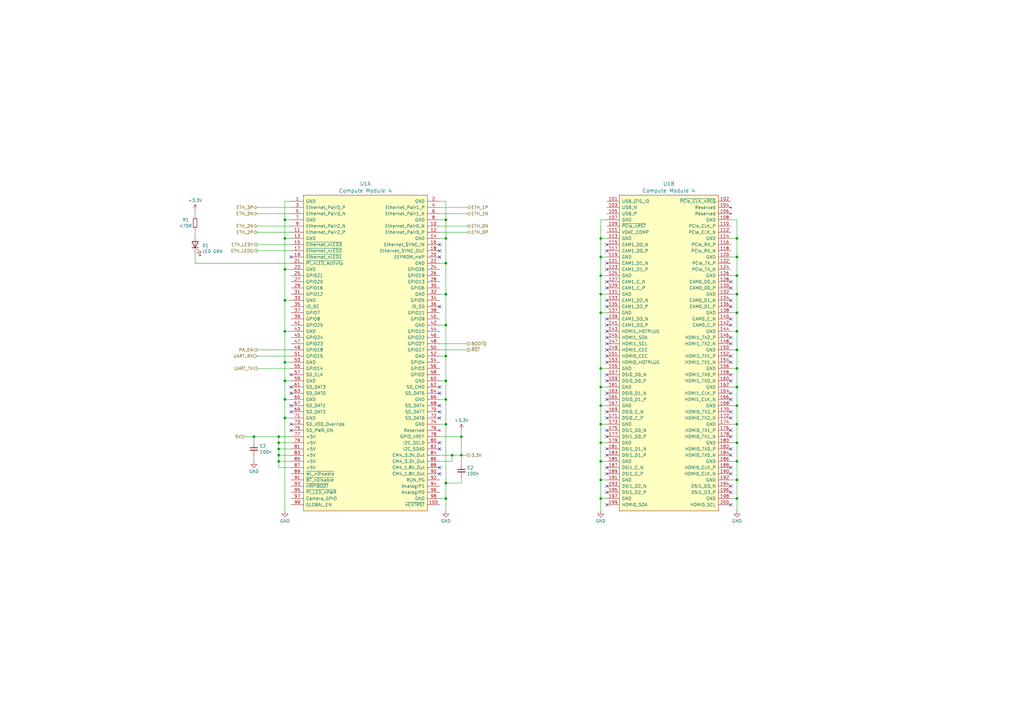
<source format=kicad_sch>
(kicad_sch (version 20230121) (generator eeschema)
  (paper "A3")
  (title_block (title "RRU CM4 board") (date "22-01-2024") (rev "A") (company "M17 Project") (comment 1 "Wojciech Kaczmarski, SP5WWP"))
  (lib_symbols
    (symbol "Device:C_Small" (pin_numbers hide) (pin_names (offset 0.254) hide)
      (property "Reference" "C" (at 0.254 1.778 0))
      (property "Value" "C_Small" (at 0.254 -2.032 0))
      (symbol "C_Small_0_1"
        (polyline (pts (xy -1.524 -0.508) (xy 1.524 -0.508)) (stroke (width 0.3302)))
        (polyline (pts (xy -1.524 0.508) (xy 1.524 0.508)) (stroke (width 0.3048)))
      )
      (symbol "C_Small_1_1"
        (pin passive line (at 0 2.54 270) (length 2.032) (name "~") (number "1"))
        (pin passive line (at 0 -2.54 90) (length 2.032) (name "~") (number "2"))
      )
    )
    (symbol "Device:LED" (pin_numbers hide) (pin_names (offset 1.016) hide)
      (property "Reference" "D" (at 0 2.54 0))
      (property "Value" "LED" (at 0 -2.54 0))
      (symbol "LED_0_1"
        (polyline (pts (xy -1.27 -1.27) (xy -1.27 1.27)) (stroke (width 0.254)))
        (polyline (pts (xy -1.27 0) (xy 1.27 0)))
        (polyline (pts (xy 1.27 -1.27) (xy 1.27 1.27) (xy -1.27 0) (xy 1.27 -1.27)) (stroke (width 0.254)))
        (polyline (pts (xy -3.048 -0.762) (xy -4.572 -2.286) (xy -3.81 -2.286) (xy -4.572 -2.286) (xy -4.572 -1.524)))
        (polyline (pts (xy -1.778 -0.762) (xy -3.302 -2.286) (xy -2.54 -2.286) (xy -3.302 -2.286) (xy -3.302 -1.524)))
      )
      (symbol "LED_1_1"
        (pin passive line (at -3.81 0 0) (length 2.54) (name "K") (number "1"))
        (pin passive line (at 3.81 0 180) (length 2.54) (name "A") (number "2"))
      )
    )
    (symbol "Device:R_Small" (pin_numbers hide) (pin_names (offset 0.254) hide)
      (property "Reference" "R" (at 0.762 0.508 0))
      (property "Value" "R_Small" (at 0.762 -1.016 0))
      (symbol "R_Small_0_1"
        (rectangle (start -0.762 1.778) (end 0.762 -1.778) (stroke (width 0.2032)))
      )
      (symbol "R_Small_1_1"
        (pin passive line (at 0 2.54 270) (length 0.762) (name "~") (number "1"))
        (pin passive line (at 0 -2.54 90) (length 0.762) (name "~") (number "2"))
      )
    )
    (symbol "RPi:Compute_Module_4_Connectors" (pin_names (offset 1.016))
      (property "Reference" "U" (at 5.08 6.35 0))
      (property "Value" "Compute_Module_4_Connectors" (at 5.08 3.81 0))
      (symbol "Compute_Module_4_Connectors_1_1"
        (rectangle (start 5.08 2.54) (end 55.88 -127) (fill (type background)))
        (pin power_in line (at 0 0 0) (length 5.08) (name "GND") (number "1"))
        (pin passive line (at 60.96 -10.16 180) (length 5.08) (name "Ethernet_Pair0_N") (number "10"))
        (pin output line (at 60.96 -124.46 180) (length 5.08) (name "~{nEXTRST}") (number "100"))
        (pin passive line (at 0 -12.7 0) (length 5.08) (name "Ethernet_Pair2_P") (number "11"))
        (pin passive line (at 60.96 -12.7 180) (length 5.08) (name "Ethernet_Pair0_P") (number "12"))
        (pin power_in line (at 0 -15.24 0) (length 5.08) (name "GND") (number "13"))
        (pin power_in line (at 60.96 -15.24 180) (length 5.08) (name "GND") (number "14"))
        (pin output line (at 0 -17.78 0) (length 5.08) (name "~{Ethernet_nLED3}") (number "15"))
        (pin input line (at 60.96 -17.78 180) (length 5.08) (name "Ethernet_SYNC_IN") (number "16"))
        (pin output line (at 0 -20.32 0) (length 5.08) (name "~{Ethernet_nLED2}") (number "17"))
        (pin input line (at 60.96 -20.32 180) (length 5.08) (name "Ethernet_SYNC_OUT") (number "18"))
        (pin output line (at 0 -22.86 0) (length 5.08) (name "~{Ethernet_nLED1}") (number "19"))
        (pin power_in line (at 60.96 0 180) (length 5.08) (name "GND") (number "2"))
        (pin passive line (at 60.96 -22.86 180) (length 5.08) (name "EEPROM_nWP") (number "20"))
        (pin open_collector line (at 0 -25.4 0) (length 5.08) (name "~{Pi_nLED_Activity}") (number "21"))
        (pin power_in line (at 60.96 -25.4 180) (length 5.08) (name "GND") (number "22"))
        (pin power_in line (at 0 -27.94 0) (length 5.08) (name "GND") (number "23"))
        (pin passive line (at 60.96 -27.94 180) (length 5.08) (name "GPIO26") (number "24"))
        (pin passive line (at 0 -30.48 0) (length 5.08) (name "GPIO21") (number "25"))
        (pin passive line (at 60.96 -30.48 180) (length 5.08) (name "GPIO19") (number "26"))
        (pin passive line (at 0 -33.02 0) (length 5.08) (name "GPIO20") (number "27"))
        (pin passive line (at 60.96 -33.02 180) (length 5.08) (name "GPIO13") (number "28"))
        (pin passive line (at 0 -35.56 0) (length 5.08) (name "GPIO16") (number "29"))
        (pin passive line (at 0 -2.54 0) (length 5.08) (name "Ethernet_Pair3_P") (number "3"))
        (pin passive line (at 60.96 -35.56 180) (length 5.08) (name "GPIO6") (number "30"))
        (pin passive line (at 0 -38.1 0) (length 5.08) (name "GPIO12") (number "31"))
        (pin power_in line (at 60.96 -38.1 180) (length 5.08) (name "GND") (number "32"))
        (pin power_in line (at 0 -40.64 0) (length 5.08) (name "GND") (number "33"))
        (pin passive line (at 60.96 -40.64 180) (length 5.08) (name "GPIO5") (number "34"))
        (pin passive line (at 0 -43.18 0) (length 5.08) (name "ID_SC") (number "35"))
        (pin passive line (at 60.96 -43.18 180) (length 5.08) (name "ID_SD") (number "36"))
        (pin passive line (at 0 -45.72 0) (length 5.08) (name "GPIO7") (number "37"))
        (pin passive line (at 60.96 -45.72 180) (length 5.08) (name "GPIO11") (number "38"))
        (pin passive line (at 0 -48.26 0) (length 5.08) (name "GPIO8") (number "39"))
        (pin passive line (at 60.96 -2.54 180) (length 5.08) (name "Ethernet_Pair1_P") (number "4"))
        (pin passive line (at 60.96 -48.26 180) (length 5.08) (name "GPIO9") (number "40"))
        (pin passive line (at 0 -50.8 0) (length 5.08) (name "GPIO25") (number "41"))
        (pin power_in line (at 60.96 -50.8 180) (length 5.08) (name "GND") (number "42"))
        (pin power_in line (at 0 -53.34 0) (length 5.08) (name "GND") (number "43"))
        (pin passive line (at 60.96 -53.34 180) (length 5.08) (name "GPIO10") (number "44"))
        (pin passive line (at 0 -55.88 0) (length 5.08) (name "GPIO24") (number "45"))
        (pin passive line (at 60.96 -55.88 180) (length 5.08) (name "GPIO22") (number "46"))
        (pin passive line (at 0 -58.42 0) (length 5.08) (name "GPIO23") (number "47"))
        (pin passive line (at 60.96 -58.42 180) (length 5.08) (name "GPIO27") (number "48"))
        (pin passive line (at 0 -60.96 0) (length 5.08) (name "GPIO18") (number "49"))
        (pin passive line (at 0 -5.08 0) (length 5.08) (name "Ethernet_Pair3_N") (number "5"))
        (pin passive line (at 60.96 -60.96 180) (length 5.08) (name "GPIO17") (number "50"))
        (pin passive line (at 0 -63.5 0) (length 5.08) (name "GPIO15") (number "51"))
        (pin power_in line (at 60.96 -63.5 180) (length 5.08) (name "GND") (number "52"))
        (pin power_in line (at 0 -66.04 0) (length 5.08) (name "GND") (number "53"))
        (pin passive line (at 60.96 -66.04 180) (length 5.08) (name "GPIO4") (number "54"))
        (pin passive line (at 0 -68.58 0) (length 5.08) (name "GPIO14") (number "55"))
        (pin passive line (at 60.96 -68.58 180) (length 5.08) (name "GPIO3") (number "56"))
        (pin passive line (at 0 -71.12 0) (length 5.08) (name "SD_CLK") (number "57"))
        (pin passive line (at 60.96 -71.12 180) (length 5.08) (name "GPIO2") (number "58"))
        (pin power_in line (at 0 -73.66 0) (length 5.08) (name "GND") (number "59"))
        (pin passive line (at 60.96 -5.08 180) (length 5.08) (name "Ethernet_Pair1_N") (number "6"))
        (pin power_in line (at 60.96 -73.66 180) (length 5.08) (name "GND") (number "60"))
        (pin passive line (at 0 -76.2 0) (length 5.08) (name "SD_DAT3") (number "61"))
        (pin passive line (at 60.96 -76.2 180) (length 5.08) (name "SD_CMD") (number "62"))
        (pin passive line (at 0 -78.74 0) (length 5.08) (name "SD_DAT0") (number "63"))
        (pin passive line (at 60.96 -78.74 180) (length 5.08) (name "SD_DAT5") (number "64"))
        (pin power_in line (at 0 -81.28 0) (length 5.08) (name "GND") (number "65"))
        (pin power_in line (at 60.96 -81.28 180) (length 5.08) (name "GND") (number "66"))
        (pin passive line (at 0 -83.82 0) (length 5.08) (name "SD_DAT1") (number "67"))
        (pin passive line (at 60.96 -83.82 180) (length 5.08) (name "SD_DAT4") (number "68"))
        (pin passive line (at 0 -86.36 0) (length 5.08) (name "SD_DAT2") (number "69"))
        (pin power_in line (at 0 -7.62 0) (length 5.08) (name "GND") (number "7"))
        (pin passive line (at 60.96 -86.36 180) (length 5.08) (name "SD_DAT7") (number "70"))
        (pin power_in line (at 0 -88.9 0) (length 5.08) (name "GND") (number "71"))
        (pin passive line (at 60.96 -88.9 180) (length 5.08) (name "SD_DAT6") (number "72"))
        (pin input line (at 0 -91.44 0) (length 5.08) (name "SD_VDD_Override") (number "73"))
        (pin power_in line (at 60.96 -91.44 180) (length 5.08) (name "GND") (number "74"))
        (pin output line (at 0 -93.98 0) (length 5.08) (name "SD_PWR_ON") (number "75"))
        (pin no_connect line (at 60.96 -93.98 180) (length 5.08) (name "Reserved") (number "76"))
        (pin power_in line (at 0 -96.52 0) (length 5.08) (name "+5V") (number "77"))
        (pin power_in line (at 60.96 -96.52 180) (length 5.08) (name "GPIO_VREF") (number "78"))
        (pin power_in line (at 0 -99.06 0) (length 5.08) (name "+5V") (number "79"))
        (pin power_in line (at 60.96 -7.62 180) (length 5.08) (name "GND") (number "8"))
        (pin bidirectional line (at 60.96 -99.06 180) (length 5.08) (name "I2C_SCL0") (number "80"))
        (pin power_in line (at 0 -101.6 0) (length 5.08) (name "+5V") (number "81"))
        (pin bidirectional line (at 60.96 -101.6 180) (length 5.08) (name "I2C_SDA0") (number "82"))
        (pin power_in line (at 0 -104.14 0) (length 5.08) (name "+5V") (number "83"))
        (pin power_out line (at 60.96 -104.14 180) (length 5.08) (name "CM4_3.3V_Out") (number "84"))
        (pin power_in line (at 0 -106.68 0) (length 5.08) (name "+5V") (number "85"))
        (pin power_out line (at 60.96 -106.68 180) (length 5.08) (name "CM4_3.3V_Out") (number "86"))
        (pin power_in line (at 0 -109.22 0) (length 5.08) (name "+5V") (number "87"))
        (pin power_out line (at 60.96 -109.22 180) (length 5.08) (name "CM4_1.8V_Out") (number "88"))
        (pin input line (at 0 -111.76 0) (length 5.08) (name "~{WL_nDisable}") (number "89"))
        (pin passive line (at 0 -10.16 0) (length 5.08) (name "Ethernet_Pair2_N") (number "9"))
        (pin power_out line (at 60.96 -111.76 180) (length 5.08) (name "CM4_1.8V_Out") (number "90"))
        (pin input line (at 0 -114.3 0) (length 5.08) (name "~{BT_nDisable}") (number "91"))
        (pin passive line (at 60.96 -114.3 180) (length 5.08) (name "RUN_PG") (number "92"))
        (pin input line (at 0 -116.84 0) (length 5.08) (name "~{nRPIBOOT}") (number "93"))
        (pin passive line (at 60.96 -116.84 180) (length 5.08) (name "AnalogIP1") (number "94"))
        (pin output line (at 0 -119.38 0) (length 5.08) (name "~{PI_LED_nPWR}") (number "95"))
        (pin passive line (at 60.96 -119.38 180) (length 5.08) (name "AnalogIP0") (number "96"))
        (pin passive line (at 0 -121.92 0) (length 5.08) (name "Camera_GPIO") (number "97"))
        (pin power_in line (at 60.96 -121.92 180) (length 5.08) (name "GND") (number "98"))
        (pin input line (at 0 -124.46 0) (length 5.08) (name "GLOBAL_EN") (number "99"))
      )
      (symbol "Compute_Module_4_Connectors_2_1"
        (rectangle (start 5.08 2.54) (end 45.72 -127) (fill (type background)))
        (pin input line (at 0 0 0) (length 5.08) (name "USB_OTG_ID") (number "101"))
        (pin input line (at 50.8 0 180) (length 5.08) (name "~{PCIe_CLK_nREQ}") (number "102"))
        (pin passive line (at 0 -2.54 0) (length 5.08) (name "USB_N") (number "103"))
        (pin no_connect line (at 50.8 -2.54 180) (length 5.08) (name "Reserved") (number "104"))
        (pin passive line (at 0 -5.08 0) (length 5.08) (name "USB_P") (number "105"))
        (pin no_connect line (at 50.8 -5.08 180) (length 5.08) (name "Reserved") (number "106"))
        (pin power_in line (at 0 -7.62 0) (length 5.08) (name "GND") (number "107"))
        (pin power_in line (at 50.8 -7.62 180) (length 5.08) (name "GND") (number "108"))
        (pin output line (at 0 -10.16 0) (length 5.08) (name "~{PCIe_nRST}") (number "109"))
        (pin output line (at 50.8 -10.16 180) (length 5.08) (name "PCIe_CLK_P") (number "110"))
        (pin output line (at 0 -12.7 0) (length 5.08) (name "VDAC_COMP") (number "111"))
        (pin output line (at 50.8 -12.7 180) (length 5.08) (name "PCIe_CLK_N") (number "112"))
        (pin power_in line (at 0 -15.24 0) (length 5.08) (name "GND") (number "113"))
        (pin power_in line (at 50.8 -15.24 180) (length 5.08) (name "GND") (number "114"))
        (pin input line (at 0 -17.78 0) (length 5.08) (name "CAM1_D0_N") (number "115"))
        (pin input line (at 50.8 -17.78 180) (length 5.08) (name "PCIe_RX_P") (number "116"))
        (pin input line (at 0 -20.32 0) (length 5.08) (name "CAM1_D0_P") (number "117"))
        (pin input line (at 50.8 -20.32 180) (length 5.08) (name "PCIe_RX_N") (number "118"))
        (pin power_in line (at 0 -22.86 0) (length 5.08) (name "GND") (number "119"))
        (pin power_in line (at 50.8 -22.86 180) (length 5.08) (name "GND") (number "120"))
        (pin input line (at 0 -25.4 0) (length 5.08) (name "CAM1_D1_N") (number "121"))
        (pin output line (at 50.8 -25.4 180) (length 5.08) (name "PCIe_TX_P") (number "122"))
        (pin input line (at 0 -27.94 0) (length 5.08) (name "CAM1_D1_P") (number "123"))
        (pin output line (at 50.8 -27.94 180) (length 5.08) (name "PCIe_TX_N") (number "124"))
        (pin power_in line (at 0 -30.48 0) (length 5.08) (name "GND") (number "125"))
        (pin power_in line (at 50.8 -30.48 180) (length 5.08) (name "GND") (number "126"))
        (pin input line (at 0 -33.02 0) (length 5.08) (name "CAM1_C_N") (number "127"))
        (pin input line (at 50.8 -33.02 180) (length 5.08) (name "CAM0_D0_N") (number "128"))
        (pin input line (at 0 -35.56 0) (length 5.08) (name "CAM1_C_P") (number "129"))
        (pin input line (at 50.8 -35.56 180) (length 5.08) (name "CAM0_D0_P") (number "130"))
        (pin power_in line (at 0 -38.1 0) (length 5.08) (name "GND") (number "131"))
        (pin power_in line (at 50.8 -38.1 180) (length 5.08) (name "GND") (number "132"))
        (pin input line (at 0 -40.64 0) (length 5.08) (name "CAM1_D2_N") (number "133"))
        (pin input line (at 50.8 -40.64 180) (length 5.08) (name "CAM0_D1_N") (number "134"))
        (pin input line (at 0 -43.18 0) (length 5.08) (name "CAM1_D2_P") (number "135"))
        (pin input line (at 50.8 -43.18 180) (length 5.08) (name "CAM0_D1_P") (number "136"))
        (pin power_in line (at 0 -45.72 0) (length 5.08) (name "GND") (number "137"))
        (pin power_in line (at 50.8 -45.72 180) (length 5.08) (name "GND") (number "138"))
        (pin input line (at 0 -48.26 0) (length 5.08) (name "CAM1_D3_N") (number "139"))
        (pin input line (at 50.8 -48.26 180) (length 5.08) (name "CAM0_C_N") (number "140"))
        (pin input line (at 0 -50.8 0) (length 5.08) (name "CAM1_D3_P") (number "141"))
        (pin input line (at 50.8 -50.8 180) (length 5.08) (name "CAM0_C_P") (number "142"))
        (pin input line (at 0 -53.34 0) (length 5.08) (name "HDMI1_HOTPLUG") (number "143"))
        (pin power_in line (at 50.8 -53.34 180) (length 5.08) (name "GND") (number "144"))
        (pin bidirectional line (at 0 -55.88 0) (length 5.08) (name "HDMI1_SDA") (number "145"))
        (pin output line (at 50.8 -55.88 180) (length 5.08) (name "HDMI1_TX2_P") (number "146"))
        (pin open_collector line (at 0 -58.42 0) (length 5.08) (name "HDMI1_SCL") (number "147"))
        (pin output line (at 50.8 -58.42 180) (length 5.08) (name "HDMI1_TX2_N") (number "148"))
        (pin open_collector line (at 0 -60.96 0) (length 5.08) (name "HDMI1_CEC") (number "149"))
        (pin power_in line (at 50.8 -60.96 180) (length 5.08) (name "GND") (number "150"))
        (pin open_collector line (at 0 -63.5 0) (length 5.08) (name "HDMI0_CEC") (number "151"))
        (pin output line (at 50.8 -63.5 180) (length 5.08) (name "HDMI1_TX1_P") (number "152"))
        (pin input line (at 0 -66.04 0) (length 5.08) (name "HDMI0_HOTPLUG") (number "153"))
        (pin output line (at 50.8 -66.04 180) (length 5.08) (name "HDMI1_TX1_N") (number "154"))
        (pin power_in line (at 0 -68.58 0) (length 5.08) (name "GND") (number "155"))
        (pin power_in line (at 50.8 -68.58 180) (length 5.08) (name "GND") (number "156"))
        (pin output line (at 0 -71.12 0) (length 5.08) (name "DSI0_D0_N") (number "157"))
        (pin output line (at 50.8 -71.12 180) (length 5.08) (name "HDMI1_TX0_P") (number "158"))
        (pin output line (at 0 -73.66 0) (length 5.08) (name "DSI0_D0_P") (number "159"))
        (pin output line (at 50.8 -73.66 180) (length 5.08) (name "HDMI1_TX0_N") (number "160"))
        (pin power_in line (at 0 -76.2 0) (length 5.08) (name "GND") (number "161"))
        (pin power_in line (at 50.8 -76.2 180) (length 5.08) (name "GND") (number "162"))
        (pin output line (at 0 -78.74 0) (length 5.08) (name "DSI0_D1_N") (number "163"))
        (pin output line (at 50.8 -78.74 180) (length 5.08) (name "HDMI1_CLK_P") (number "164"))
        (pin output line (at 0 -81.28 0) (length 5.08) (name "DSI0_D1_P") (number "165"))
        (pin output line (at 50.8 -81.28 180) (length 5.08) (name "HDMI1_CLK_N") (number "166"))
        (pin power_in line (at 0 -83.82 0) (length 5.08) (name "GND") (number "167"))
        (pin power_in line (at 50.8 -83.82 180) (length 5.08) (name "GND") (number "168"))
        (pin output line (at 0 -86.36 0) (length 5.08) (name "DSI0_C_N") (number "169"))
        (pin output line (at 50.8 -86.36 180) (length 5.08) (name "HDMI0_TX2_P") (number "170"))
        (pin output line (at 0 -88.9 0) (length 5.08) (name "DSI0_C_P") (number "171"))
        (pin output line (at 50.8 -88.9 180) (length 5.08) (name "HDMI0_TX2_N") (number "172"))
        (pin power_in line (at 0 -91.44 0) (length 5.08) (name "GND") (number "173"))
        (pin power_in line (at 50.8 -91.44 180) (length 5.08) (name "GND") (number "174"))
        (pin output line (at 0 -93.98 0) (length 5.08) (name "DSI1_D0_N") (number "175"))
        (pin output line (at 50.8 -93.98 180) (length 5.08) (name "HDMI0_TX1_P") (number "176"))
        (pin output line (at 0 -96.52 0) (length 5.08) (name "DSI1_D0_P") (number "177"))
        (pin output line (at 50.8 -96.52 180) (length 5.08) (name "HDMI0_TX1_N") (number "178"))
        (pin power_in line (at 0 -99.06 0) (length 5.08) (name "GND") (number "179"))
        (pin power_in line (at 50.8 -99.06 180) (length 5.08) (name "GND") (number "180"))
        (pin output line (at 0 -101.6 0) (length 5.08) (name "DSI1_D1_N") (number "181"))
        (pin output line (at 50.8 -101.6 180) (length 5.08) (name "HDMI0_TX0_P") (number "182"))
        (pin output line (at 0 -104.14 0) (length 5.08) (name "DSI1_D1_P") (number "183"))
        (pin output line (at 50.8 -104.14 180) (length 5.08) (name "HDMI0_TX0_N") (number "184"))
        (pin power_in line (at 0 -106.68 0) (length 5.08) (name "GND") (number "185"))
        (pin power_in line (at 50.8 -106.68 180) (length 5.08) (name "GND") (number "186"))
        (pin output line (at 0 -109.22 0) (length 5.08) (name "DSI1_C_N") (number "187"))
        (pin output line (at 50.8 -109.22 180) (length 5.08) (name "HDMI0_CLK_P") (number "188"))
        (pin output line (at 0 -111.76 0) (length 5.08) (name "DSI1_C_P") (number "189"))
        (pin output line (at 50.8 -111.76 180) (length 5.08) (name "HDMI0_CLK_N") (number "190"))
        (pin power_in line (at 0 -114.3 0) (length 5.08) (name "GND") (number "191"))
        (pin power_in line (at 50.8 -114.3 180) (length 5.08) (name "GND") (number "192"))
        (pin output line (at 0 -116.84 0) (length 5.08) (name "DSI1_D2_N") (number "193"))
        (pin output line (at 50.8 -116.84 180) (length 5.08) (name "DSI1_D3_N") (number "194"))
        (pin output line (at 0 -119.38 0) (length 5.08) (name "DSI1_D2_P") (number "195"))
        (pin output line (at 50.8 -119.38 180) (length 5.08) (name "DSI1_D3_P") (number "196"))
        (pin power_in line (at 0 -121.92 0) (length 5.08) (name "GND") (number "197"))
        (pin power_in line (at 50.8 -121.92 180) (length 5.08) (name "GND") (number "198"))
        (pin bidirectional line (at 0 -124.46 0) (length 5.08) (name "HDMI0_SDA") (number "199"))
        (pin open_collector line (at 50.8 -124.46 180) (length 5.08) (name "HDMI0_SCL") (number "200"))
      )
    )
    (symbol "power:+3.3V" (power) (pin_names (offset 0))
      (property "Value" "+3.3V" (at 0 3.556 0))
      (symbol "+3.3V_0_1"
        (polyline (pts (xy -0.762 1.27) (xy 0 2.54)))
        (polyline (pts (xy 0 0) (xy 0 2.54)))
        (polyline (pts (xy 0 2.54) (xy 0.762 1.27)))
      )
      (symbol "+3.3V_1_1"
        (pin power_in line (at 0 0 90) (length 0) hide (name "+3.3V") (number "1"))
      )
    )
    (symbol "power:GND" (power) (pin_names (offset 0))
      (property "Value" "GND" (at 0 -3.81 0))
      (symbol "GND_0_1"
        (polyline (pts (xy 0 0) (xy 0 -1.27) (xy 1.27 -1.27) (xy 0 -2.54) (xy -1.27 -1.27) (xy 0 -1.27)))
      )
      (symbol "GND_1_1"
        (pin power_in line (at 0 0 270) (length 0) hide (name "GND") (number "1"))
      )
    )
  )
  (junction (at 116.84 97.79))
  (junction (at 302.26 196.85))
  (junction (at 116.84 163.83))
  (junction (at 189.23 179.07))
  (junction (at 114.3 181.61))
  (junction (at 114.3 184.15))
  (junction (at 302.26 97.79))
  (junction (at 246.38 151.13))
  (junction (at 246.38 120.65))
  (junction (at 116.84 123.19))
  (junction (at 302.26 128.27))
  (junction (at 302.26 105.41))
  (junction (at 302.26 166.37))
  (junction (at 302.26 120.65))
  (junction (at 114.3 186.69))
  (junction (at 182.88 204.47))
  (junction (at 116.84 148.59))
  (junction (at 302.26 181.61))
  (junction (at 182.88 146.05))
  (junction (at 114.3 189.23))
  (junction (at 246.38 189.23))
  (junction (at 246.38 158.75))
  (junction (at 182.88 107.95))
  (junction (at 182.88 163.83))
  (junction (at 182.88 173.99))
  (junction (at 182.88 133.35))
  (junction (at 302.26 173.99))
  (junction (at 114.3 179.07))
  (junction (at 182.88 198.12))
  (junction (at 182.88 156.21))
  (junction (at 302.26 135.89))
  (junction (at 246.38 113.03))
  (junction (at 116.84 90.17))
  (junction (at 182.88 90.17))
  (junction (at 246.38 128.27))
  (junction (at 246.38 204.47))
  (junction (at 302.26 113.03))
  (junction (at 246.38 173.99))
  (junction (at 189.23 186.69))
  (junction (at 182.88 97.79))
  (junction (at 302.26 158.75))
  (junction (at 302.26 189.23))
  (junction (at 116.84 110.49))
  (junction (at 302.26 204.47))
  (junction (at 116.84 171.45))
  (junction (at 302.26 151.13))
  (junction (at 246.38 105.41))
  (junction (at 182.88 120.65))
  (junction (at 246.38 97.79))
  (junction (at 246.38 196.85))
  (junction (at 116.84 135.89))
  (junction (at 116.84 156.21))
  (junction (at 104.14 179.07))
  (junction (at 246.38 181.61))
  (junction (at 246.38 166.37))
  (junction (at 302.26 143.51))
  (junction (at 185.42 186.69))
  (no_connect (at 119.38 158.75))
  (no_connect (at 299.72 118.11))
  (no_connect (at 180.34 100.33))
  (no_connect (at 248.92 118.11))
  (no_connect (at 248.92 168.91))
  (no_connect (at 180.34 191.77))
  (no_connect (at 119.38 173.99))
  (no_connect (at 299.72 176.53))
  (no_connect (at 248.92 140.97))
  (no_connect (at 299.72 199.39))
  (no_connect (at 248.92 148.59))
  (no_connect (at 180.34 194.31))
  (no_connect (at 299.72 140.97))
  (no_connect (at 248.92 199.39))
  (no_connect (at 248.92 184.15))
  (no_connect (at 248.92 100.33))
  (no_connect (at 248.92 176.53))
  (no_connect (at 299.72 146.05))
  (no_connect (at 180.34 181.61))
  (no_connect (at 299.72 191.77))
  (no_connect (at 180.34 105.41))
  (no_connect (at 299.72 179.07))
  (no_connect (at 119.38 166.37))
  (no_connect (at 180.34 184.15))
  (no_connect (at 248.92 191.77))
  (no_connect (at 119.38 105.41))
  (no_connect (at 248.92 102.87))
  (no_connect (at 299.72 153.67))
  (no_connect (at 248.92 135.89))
  (no_connect (at 248.92 107.95))
  (no_connect (at 299.72 138.43))
  (no_connect (at 248.92 194.31))
  (no_connect (at 299.72 125.73))
  (no_connect (at 180.34 168.91))
  (no_connect (at 299.72 184.15))
  (no_connect (at 248.92 115.57))
  (no_connect (at 299.72 133.35))
  (no_connect (at 299.72 194.31))
  (no_connect (at 248.92 179.07))
  (no_connect (at 248.92 123.19))
  (no_connect (at 299.72 186.69))
  (no_connect (at 299.72 163.83))
  (no_connect (at 180.34 125.73))
  (no_connect (at 299.72 161.29))
  (no_connect (at 248.92 130.81))
  (no_connect (at 119.38 176.53))
  (no_connect (at 180.34 161.29))
  (no_connect (at 299.72 148.59))
  (no_connect (at 248.92 171.45))
  (no_connect (at 248.92 143.51))
  (no_connect (at 248.92 153.67))
  (no_connect (at 248.92 156.21))
  (no_connect (at 248.92 125.73))
  (no_connect (at 248.92 146.05))
  (no_connect (at 180.34 171.45))
  (no_connect (at 248.92 138.43))
  (no_connect (at 180.34 166.37))
  (no_connect (at 299.72 201.93))
  (no_connect (at 299.72 171.45))
  (no_connect (at 180.34 158.75))
  (no_connect (at 248.92 110.49))
  (no_connect (at 119.38 153.67))
  (no_connect (at 248.92 201.93))
  (no_connect (at 299.72 115.57))
  (no_connect (at 299.72 130.81))
  (no_connect (at 119.38 161.29))
  (no_connect (at 299.72 156.21))
  (no_connect (at 248.92 207.01))
  (no_connect (at 119.38 168.91))
  (no_connect (at 248.92 186.69))
  (no_connect (at 180.34 102.87))
  (no_connect (at 248.92 161.29))
  (no_connect (at 299.72 123.19))
  (no_connect (at 248.92 133.35))
  (no_connect (at 299.72 168.91))
  (no_connect (at 248.92 163.83))
  (no_connect (at 299.72 207.01))
  (wire (pts (xy 180.34 163.83) (xy 182.88 163.83)))
  (wire (pts (xy 302.26 189.23) (xy 302.26 196.85)))
  (wire (pts (xy 116.84 97.79) (xy 119.38 97.79)))
  (wire (pts (xy 189.23 176.53) (xy 189.23 179.07)))
  (wire (pts (xy 246.38 97.79) (xy 246.38 105.41)))
  (wire (pts (xy 80.01 107.95) (xy 119.38 107.95)))
  (wire (pts (xy 182.88 97.79) (xy 182.88 90.17)))
  (wire (pts (xy 299.72 166.37) (xy 302.26 166.37)))
  (wire (pts (xy 116.84 123.19) (xy 116.84 135.89)))
  (wire (pts (xy 189.23 186.69) (xy 191.77 186.69)))
  (wire (pts (xy 299.72 158.75) (xy 302.26 158.75)))
  (wire (pts (xy 302.26 158.75) (xy 302.26 166.37)))
  (wire (pts (xy 104.14 186.69) (xy 104.14 189.23)))
  (wire (pts (xy 182.88 82.55) (xy 182.88 90.17)))
  (wire (pts (xy 299.72 135.89) (xy 302.26 135.89)))
  (wire (pts (xy 116.84 156.21) (xy 119.38 156.21)))
  (wire (pts (xy 180.34 140.97) (xy 191.77 140.97)))
  (wire (pts (xy 246.38 90.17) (xy 246.38 97.79)))
  (wire (pts (xy 119.38 191.77) (xy 114.3 191.77)))
  (wire (pts (xy 302.26 173.99) (xy 302.26 181.61)))
  (wire (pts (xy 180.34 120.65) (xy 182.88 120.65)))
  (wire (pts (xy 116.84 148.59) (xy 116.84 156.21)))
  (wire (pts (xy 182.88 90.17) (xy 180.34 90.17)))
  (wire (pts (xy 119.38 82.55) (xy 116.84 82.55)))
  (wire (pts (xy 182.88 120.65) (xy 182.88 107.95)))
  (wire (pts (xy 246.38 173.99) (xy 246.38 181.61)))
  (wire (pts (xy 302.26 97.79) (xy 302.26 105.41)))
  (wire (pts (xy 105.41 151.13) (xy 119.38 151.13)))
  (wire (pts (xy 180.34 173.99) (xy 182.88 173.99)))
  (wire (pts (xy 80.01 93.98) (xy 80.01 96.52)))
  (wire (pts (xy 189.23 195.58) (xy 189.23 198.12)))
  (wire (pts (xy 246.38 196.85) (xy 248.92 196.85)))
  (wire (pts (xy 299.72 90.17) (xy 302.26 90.17)))
  (wire (pts (xy 180.34 107.95) (xy 182.88 107.95)))
  (wire (pts (xy 116.84 97.79) (xy 116.84 110.49)))
  (wire (pts (xy 246.38 173.99) (xy 248.92 173.99)))
  (wire (pts (xy 299.72 120.65) (xy 302.26 120.65)))
  (wire (pts (xy 246.38 196.85) (xy 246.38 204.47)))
  (wire (pts (xy 182.88 173.99) (xy 182.88 198.12)))
  (wire (pts (xy 185.42 186.69) (xy 189.23 186.69)))
  (wire (pts (xy 299.72 173.99) (xy 302.26 173.99)))
  (wire (pts (xy 302.26 196.85) (xy 302.26 204.47)))
  (wire (pts (xy 246.38 128.27) (xy 248.92 128.27)))
  (wire (pts (xy 114.3 189.23) (xy 114.3 191.77)))
  (wire (pts (xy 180.34 156.21) (xy 182.88 156.21)))
  (wire (pts (xy 116.84 90.17) (xy 116.84 97.79)))
  (wire (pts (xy 299.72 143.51) (xy 302.26 143.51)))
  (wire (pts (xy 185.42 186.69) (xy 185.42 189.23)))
  (wire (pts (xy 299.72 204.47) (xy 302.26 204.47)))
  (wire (pts (xy 180.34 186.69) (xy 185.42 186.69)))
  (wire (pts (xy 180.34 82.55) (xy 182.88 82.55)))
  (wire (pts (xy 189.23 198.12) (xy 182.88 198.12)))
  (wire (pts (xy 119.38 189.23) (xy 114.3 189.23)))
  (wire (pts (xy 302.26 151.13) (xy 302.26 158.75)))
  (wire (pts (xy 180.34 133.35) (xy 182.88 133.35)))
  (wire (pts (xy 114.3 179.07) (xy 119.38 179.07)))
  (wire (pts (xy 246.38 204.47) (xy 246.38 209.55)))
  (wire (pts (xy 182.88 173.99) (xy 182.88 163.83)))
  (wire (pts (xy 246.38 105.41) (xy 248.92 105.41)))
  (wire (pts (xy 246.38 151.13) (xy 248.92 151.13)))
  (wire (pts (xy 246.38 120.65) (xy 248.92 120.65)))
  (wire (pts (xy 105.41 143.51) (xy 119.38 143.51)))
  (wire (pts (xy 302.26 181.61) (xy 302.26 189.23)))
  (wire (pts (xy 116.84 148.59) (xy 119.38 148.59)))
  (wire (pts (xy 246.38 97.79) (xy 248.92 97.79)))
  (wire (pts (xy 299.72 196.85) (xy 302.26 196.85)))
  (wire (pts (xy 119.38 184.15) (xy 114.3 184.15)))
  (wire (pts (xy 114.3 186.69) (xy 114.3 184.15)))
  (wire (pts (xy 105.41 146.05) (xy 119.38 146.05)))
  (wire (pts (xy 299.72 128.27) (xy 302.26 128.27)))
  (wire (pts (xy 246.38 128.27) (xy 246.38 151.13)))
  (wire (pts (xy 180.34 95.25) (xy 191.77 95.25)))
  (wire (pts (xy 246.38 158.75) (xy 248.92 158.75)))
  (wire (pts (xy 116.84 135.89) (xy 116.84 148.59)))
  (wire (pts (xy 114.3 181.61) (xy 114.3 179.07)))
  (wire (pts (xy 302.26 105.41) (xy 302.26 113.03)))
  (wire (pts (xy 116.84 90.17) (xy 119.38 90.17)))
  (wire (pts (xy 116.84 110.49) (xy 119.38 110.49)))
  (wire (pts (xy 116.84 171.45) (xy 119.38 171.45)))
  (wire (pts (xy 182.88 133.35) (xy 182.88 146.05)))
  (wire (pts (xy 180.34 87.63) (xy 191.77 87.63)))
  (wire (pts (xy 299.72 151.13) (xy 302.26 151.13)))
  (wire (pts (xy 182.88 156.21) (xy 182.88 146.05)))
  (wire (pts (xy 105.41 85.09) (xy 119.38 85.09)))
  (wire (pts (xy 80.01 86.36) (xy 80.01 88.9)))
  (wire (pts (xy 180.34 143.51) (xy 191.77 143.51)))
  (wire (pts (xy 114.3 184.15) (xy 114.3 181.61)))
  (wire (pts (xy 302.26 113.03) (xy 302.26 120.65)))
  (wire (pts (xy 302.26 90.17) (xy 302.26 97.79)))
  (wire (pts (xy 299.72 97.79) (xy 302.26 97.79)))
  (wire (pts (xy 246.38 113.03) (xy 246.38 120.65)))
  (wire (pts (xy 119.38 186.69) (xy 114.3 186.69)))
  (wire (pts (xy 119.38 181.61) (xy 114.3 181.61)))
  (wire (pts (xy 246.38 158.75) (xy 246.38 166.37)))
  (wire (pts (xy 180.34 146.05) (xy 182.88 146.05)))
  (wire (pts (xy 302.26 204.47) (xy 302.26 209.55)))
  (wire (pts (xy 246.38 189.23) (xy 248.92 189.23)))
  (wire (pts (xy 248.92 90.17) (xy 246.38 90.17)))
  (wire (pts (xy 105.41 100.33) (xy 119.38 100.33)))
  (wire (pts (xy 182.88 107.95) (xy 182.88 97.79)))
  (wire (pts (xy 189.23 179.07) (xy 189.23 186.69)))
  (wire (pts (xy 116.84 82.55) (xy 116.84 90.17)))
  (wire (pts (xy 189.23 186.69) (xy 189.23 190.5)))
  (wire (pts (xy 302.26 143.51) (xy 302.26 151.13)))
  (wire (pts (xy 104.14 179.07) (xy 104.14 181.61)))
  (wire (pts (xy 246.38 113.03) (xy 248.92 113.03)))
  (wire (pts (xy 182.88 163.83) (xy 182.88 156.21)))
  (wire (pts (xy 116.84 123.19) (xy 119.38 123.19)))
  (wire (pts (xy 105.41 95.25) (xy 119.38 95.25)))
  (wire (pts (xy 246.38 166.37) (xy 246.38 173.99)))
  (wire (pts (xy 182.88 198.12) (xy 182.88 204.47)))
  (wire (pts (xy 248.92 204.47) (xy 246.38 204.47)))
  (wire (pts (xy 116.84 110.49) (xy 116.84 123.19)))
  (wire (pts (xy 105.41 102.87) (xy 119.38 102.87)))
  (wire (pts (xy 182.88 204.47) (xy 182.88 209.55)))
  (wire (pts (xy 100.33 179.07) (xy 104.14 179.07)))
  (wire (pts (xy 180.34 85.09) (xy 191.77 85.09)))
  (wire (pts (xy 116.84 163.83) (xy 116.84 171.45)))
  (wire (pts (xy 299.72 181.61) (xy 302.26 181.61)))
  (wire (pts (xy 302.26 128.27) (xy 302.26 135.89)))
  (wire (pts (xy 116.84 171.45) (xy 116.84 209.55)))
  (wire (pts (xy 116.84 135.89) (xy 119.38 135.89)))
  (wire (pts (xy 246.38 105.41) (xy 246.38 113.03)))
  (wire (pts (xy 116.84 156.21) (xy 116.84 163.83)))
  (wire (pts (xy 302.26 166.37) (xy 302.26 173.99)))
  (wire (pts (xy 180.34 179.07) (xy 189.23 179.07)))
  (wire (pts (xy 116.84 163.83) (xy 119.38 163.83)))
  (wire (pts (xy 180.34 92.71) (xy 191.77 92.71)))
  (wire (pts (xy 180.34 97.79) (xy 182.88 97.79)))
  (wire (pts (xy 246.38 181.61) (xy 246.38 189.23)))
  (wire (pts (xy 299.72 113.03) (xy 302.26 113.03)))
  (wire (pts (xy 246.38 120.65) (xy 246.38 128.27)))
  (wire (pts (xy 246.38 151.13) (xy 246.38 158.75)))
  (wire (pts (xy 80.01 104.14) (xy 80.01 107.95)))
  (wire (pts (xy 246.38 189.23) (xy 246.38 196.85)))
  (wire (pts (xy 299.72 189.23) (xy 302.26 189.23)))
  (wire (pts (xy 246.38 166.37) (xy 248.92 166.37)))
  (wire (pts (xy 105.41 92.71) (xy 119.38 92.71)))
  (wire (pts (xy 114.3 189.23) (xy 114.3 186.69)))
  (wire (pts (xy 299.72 105.41) (xy 302.26 105.41)))
  (wire (pts (xy 105.41 87.63) (xy 119.38 87.63)))
  (wire (pts (xy 185.42 189.23) (xy 180.34 189.23)))
  (wire (pts (xy 180.34 204.47) (xy 182.88 204.47)))
  (wire (pts (xy 302.26 120.65) (xy 302.26 128.27)))
  (wire (pts (xy 302.26 135.89) (xy 302.26 143.51)))
  (wire (pts (xy 104.14 179.07) (xy 114.3 179.07)))
  (wire (pts (xy 246.38 181.61) (xy 248.92 181.61)))
  (wire (pts (xy 182.88 133.35) (xy 182.88 120.65)))
  (hierarchical_label "5V" (shape input) (at 100.33 179.07 180))
  (hierarchical_label "ETH_2N" (shape bidirectional) (at 105.41 92.71 180))
  (hierarchical_label "ETH_0N" (shape bidirectional) (at 191.77 92.71 0))
  (hierarchical_label "~{RST}" (shape output) (at 191.77 143.51 0))
  (hierarchical_label "ETH_LEDG" (shape output) (at 105.41 102.87 180))
  (hierarchical_label "PA_EN" (shape output) (at 105.41 143.51 180))
  (hierarchical_label "ETH_0P" (shape bidirectional) (at 191.77 95.25 0))
  (hierarchical_label "ETH_3P" (shape bidirectional) (at 105.41 85.09 180))
  (hierarchical_label "BOOT0" (shape output) (at 191.77 140.97 0))
  (hierarchical_label "3.3V" (shape output) (at 191.77 186.69 0))
  (hierarchical_label "ETH_3N" (shape bidirectional) (at 105.41 87.63 180))
  (hierarchical_label "ETH_1N" (shape bidirectional) (at 191.77 87.63 0))
  (hierarchical_label "ETH_1P" (shape bidirectional) (at 191.77 85.09 0))
  (hierarchical_label "UART_TX" (shape output) (at 105.41 151.13 180))
  (hierarchical_label "UART_RX" (shape input) (at 105.41 146.05 180))
  (hierarchical_label "ETH_LEDY" (shape output) (at 105.41 100.33 180))
  (hierarchical_label "ETH_2P" (shape bidirectional) (at 105.41 95.25 180))
  (symbol (lib_id "power:+3.3V") (at 189.23 176.53 0) (unit 1)
    (property "Reference" "#PWR05" (effects hide))
    (property "Value" "+3.3V" (at 189.23 172.3969 0))
  )
  (symbol (lib_id "Device:C_Small") (at 189.23 193.04 0) (unit 1)
    (property "Reference" "C2" (at 191.5541 191.8342 0) (effects (justify left)))
    (property "Value" "100n" (at 191.5541 194.2584 0) (effects (justify left)))
    (property "Footprint" "Capacitor_SMD:C_0603_1608Metric" (effects hide))
    (property "PN" "C0603C104M5RAC7411" (effects hide))
    (property "MPN" "C0603C104M5RAC7411" (effects hide))
    (instances (project "m17-rru-cm4" (path "" (reference "C2") (unit 1)) (path "" (reference "C2") (unit 1))) (project "m17-rru-rf" (path "" (reference "C5") (unit 1)) (path "" (reference "C4") (unit 1)) (path "" (reference "C28") (unit 1)) (path "" (reference "C16") (unit 1))) (project "psu" (path "" (reference "C5") (unit 1))))
  )
  (symbol (lib_id "power:GND") (at 182.88 209.55 0) (unit 1)
    (property "Reference" "#PWR01" (effects hide))
    (property "Value" "GND" (at 182.88 213.6831 0))
    (instances (project "m17-rru-cm4" (path "" (reference "#PWR01") (unit 1)) (path "" (reference "#PWR04") (unit 1))))
  )
  (symbol (lib_id "Device:LED") (at 80.01 100.33 90) (unit 1)
    (property "Reference" "D1" (at 82.931 100.7054 90) (effects (justify right)))
    (property "Value" "LED GRN" (at 82.931 103.1296 90) (effects (justify right)))
    (property "Footprint" "LED_SMD:LED_0603_1608Metric" (effects hide))
    (property "PN" "604-APT1608SECK-AMT" (effects hide))
    (property "MPN" "604-APT1608SECK-AMT" (effects hide))
  )
  (symbol (lib_id "power:GND") (at 104.14 189.23 0) (unit 1)
    (property "Reference" "#PWR01" (effects hide))
    (property "Value" "GND" (at 104.14 193.3631 0))
    (instances (project "m17-rru-cm4" (path "" (reference "#PWR01") (unit 1)) (path "" (reference "#PWR02") (unit 1))))
  )
  (symbol (lib_id "Device:R_Small") (at 80.01 91.44 0) (unit 1)
    (property "Reference" "R1" (at 76.2 90.17 0))
    (property "Value" "470R" (at 76.2 92.71 0))
    (property "Footprint" "Resistor_SMD:R_0603_1608Metric" (effects hide))
    (property "PN" "71-CRCW0603J-470-E3" (effects hide))
    (property "MPN" "71-CRCW0603J-470-E3" (effects hide))
    (instances (project "m17-rru-cm4" (path "" (reference "R1") (unit 1)) (path "" (reference "R1") (unit 1))) (project "m17-rru-rf" (path "" (reference "R2") (unit 1)) (path "" (reference "R7") (unit 1)) (path "" (reference "R26") (unit 1)) (path "" (reference "R22") (unit 1))) (project "psu" (path "" (reference "R2") (unit 1))))
  )
  (symbol (lib_id "RPi:Compute_Module_4_Connectors") (at 248.92 82.55 0) (unit 2)
    (property "Reference" "U1" (at 274.32 75.3798 0) (effects (font (size 1.524 1.524))))
    (property "Value" "Compute Module 4" (at 274.32 78.2126 0) (effects (font (size 1.524 1.524))))
    (property "Footprint" "RPi:Raspberry-Pi-4-Compute-Module" (effects hide))
    (property "PN" "798-DF40HC30100DS451" (effects hide))
    (property "MPN" "798-DF40HC30100DS451" (effects hide))
  )
  (symbol (lib_id "power:+3.3V") (at 80.01 86.36 0) (unit 1)
    (property "Reference" "#PWR01" (effects hide))
    (property "Value" "+3.3V" (at 80.01 82.2269 0))
  )
  (symbol (lib_id "power:GND") (at 246.38 209.55 0) (unit 1)
    (property "Reference" "#PWR01" (effects hide))
    (property "Value" "GND" (at 246.38 213.6831 0))
    (instances (project "m17-rru-cm4" (path "" (reference "#PWR01") (unit 1)) (path "" (reference "#PWR06") (unit 1))))
  )
  (symbol (lib_id "RPi:Compute_Module_4_Connectors") (at 119.38 82.55 0) (unit 1)
    (property "Reference" "U1" (at 149.86 75.3798 0) (effects (font (size 1.524 1.524))))
    (property "Value" "Compute Module 4" (at 149.86 78.2126 0) (effects (font (size 1.524 1.524))))
    (property "Footprint" "RPi:Raspberry-Pi-4-Compute-Module" (effects hide))
    (property "PN" "798-DF40HC30100DS451" (effects hide))
    (property "MPN" "798-DF40HC30100DS451" (effects hide))
  )
  (symbol (lib_id "Device:C_Small") (at 104.14 184.15 0) (unit 1)
    (property "Reference" "C2" (at 106.4641 182.9442 0) (effects (justify left)))
    (property "Value" "100n" (at 106.4641 185.3684 0) (effects (justify left)))
    (property "Footprint" "Capacitor_SMD:C_0603_1608Metric" (effects hide))
    (property "PN" "C0603C104M5RAC7411" (effects hide))
    (property "MPN" "C0603C104M5RAC7411" (effects hide))
    (instances (project "m17-rru-cm4" (path "" (reference "C2") (unit 1)) (path "" (reference "C1") (unit 1))) (project "m17-rru-rf" (path "" (reference "C5") (unit 1)) (path "" (reference "C4") (unit 1)) (path "" (reference "C28") (unit 1)) (path "" (reference "C16") (unit 1))) (project "psu" (path "" (reference "C5") (unit 1))))
  )
  (symbol (lib_id "power:GND") (at 302.26 209.55 0) (unit 1)
    (property "Reference" "#PWR01" (effects hide))
    (property "Value" "GND" (at 302.26 213.6831 0))
    (instances (project "m17-rru-cm4" (path "" (reference "#PWR01") (unit 1)) (path "" (reference "#PWR07") (unit 1))))
  )
  (symbol (lib_id "power:GND") (at 116.84 209.55 0) (unit 1)
    (property "Reference" "#PWR01" (effects hide))
    (property "Value" "GND" (at 116.84 213.6831 0))
    (instances (project "m17-rru-cm4" (path "" (reference "#PWR01") (unit 1)) (path "" (reference "#PWR03") (unit 1))))
  )
)
</source>
